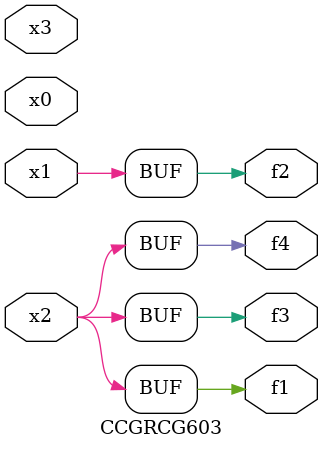
<source format=v>
module CCGRCG603(
	input x0, x1, x2, x3,
	output f1, f2, f3, f4
);
	assign f1 = x2;
	assign f2 = x1;
	assign f3 = x2;
	assign f4 = x2;
endmodule

</source>
